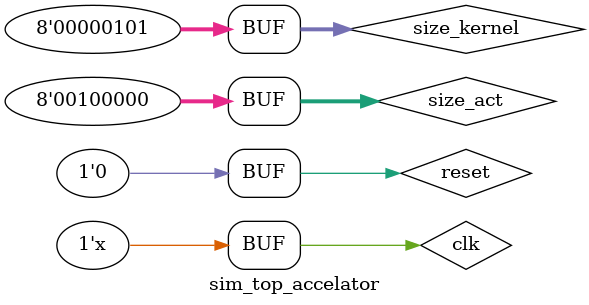
<source format=v>
`timescale 1ns / 1ps


module sim_top_accelator();

reg							clk;
reg 						reset;
reg 		[7:0]			size_act;
reg			[7:0]			size_kernel;

wire		[15:0]			result;

initial
begin
	size_kernel <= 8'h05;
	size_act	<= 32;
	#10	clk	<=	1'b0;
	#10	clk <=	1'b1;
		reset<=	1'b0;
	#10	reset <= 1'b1;
		clk <= 1'b0;
	#10	reset <= 1'b0;
	#10	clk	<=	1'b1;
end

always
begin
	#30	clk = ~clk;
end

top_accelator U1(
	.clk				(clk),
	.reset				(reset),
	.size_act 			(size_act),
	.size_kernel		(size_kernel),
	.result				(result));
endmodule

</source>
